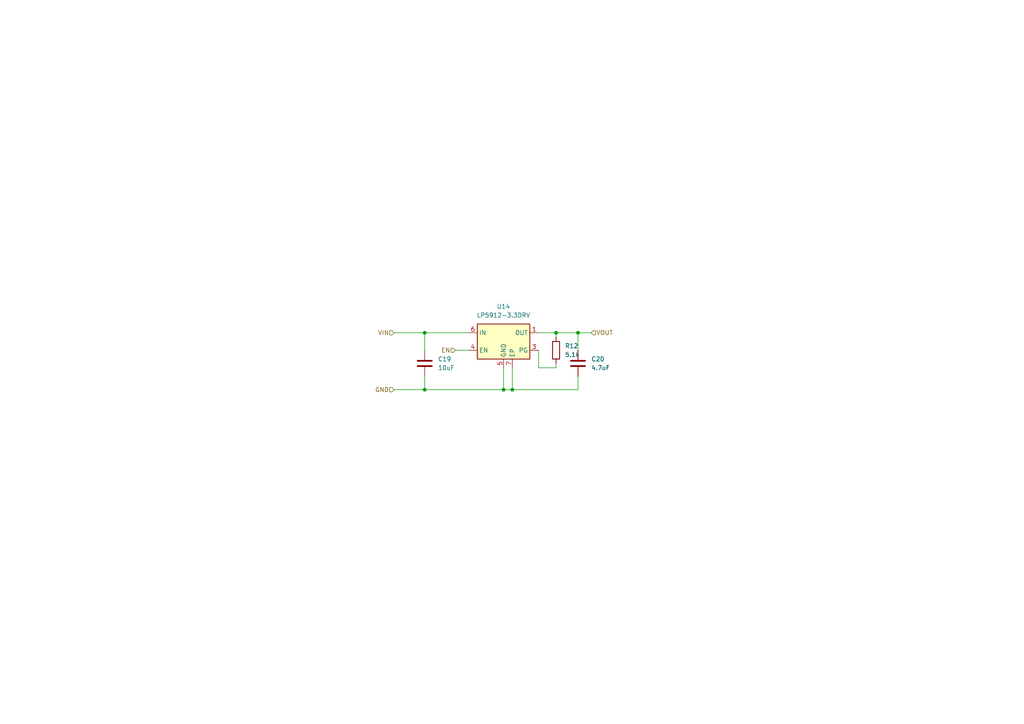
<source format=kicad_sch>
(kicad_sch (version 20231120) (generator "eeschema") (generator_version "8.0")
  (paper "A4")
  (lib_symbols
    (symbol "Device:C" (pin_numbers hide) (pin_names (offset 0.254))
      (property "Reference" "C" (at 0.635 2.54 0))
      (property "Value" "C" (at 0.635 -2.54 0))
      (symbol "C_0_1"
        (polyline (pts (xy -2.032 -0.762) (xy 2.032 -0.762)) (stroke (width 0.508)))
        (polyline (pts (xy -2.032 0.762) (xy 2.032 0.762)) (stroke (width 0.508)))
      )
      (symbol "C_1_1"
        (pin passive line (at 0 3.81 270) (length 2.794) (name "~") (number "1"))
        (pin passive line (at 0 -3.81 90) (length 2.794) (name "~") (number "2"))
      )
    )
    (symbol "Device:R" (pin_numbers hide) (pin_names (offset 0))
      (property "Reference" "R" (at 2.032 0 90))
      (property "Value" "R" (at 0 0 90))
      (symbol "R_0_1"
        (rectangle (start -1.016 -2.54) (end 1.016 2.54) (stroke (width 0.254)))
      )
      (symbol "R_1_1"
        (pin passive line (at 0 3.81 270) (length 1.27) (name "~") (number "1"))
        (pin passive line (at 0 -3.81 90) (length 1.27) (name "~") (number "2"))
      )
    )
    (symbol "Regulator_Linear:LP5912-3.3DRV"
      (property "Reference" "U" (at -3.81 6.35 0))
      (property "Value" "LP5912-3.3DRV" (at 6.35 6.35 0))
      (symbol "LP5912-3.3DRV_0_1"
        (rectangle (start -7.62 -5.08) (end 7.62 5.08) (stroke (width 0.254)) (fill (type background)))
        (pin power_out line (at 10.16 2.54 180) (length 2.54) (name "OUT") (number "1"))
        (pin no_connect line (at 7.62 0 180) (length 2.54) hide (name "NC") (number "2"))
        (pin input line (at -10.16 -2.54 0) (length 2.54) (name "EN") (number "4"))
        (pin power_in line (at 0 -7.62 90) (length 2.54) (name "GND") (number "5"))
        (pin power_in line (at -10.16 2.54 0) (length 2.54) (name "IN") (number "6"))
      )
      (symbol "LP5912-3.3DRV_1_1"
        (pin open_collector line (at 10.16 -2.54 180) (length 2.54) (name "PG") (number "3"))
        (pin passive line (at 2.54 -7.62 90) (length 2.54) (name "EP") (number "7"))
      )
    )
  )
  (junction (at 148.59 113.03))
  (junction (at 123.19 113.03))
  (junction (at 123.19 96.52))
  (junction (at 161.29 96.52))
  (junction (at 146.05 113.03))
  (junction (at 167.64 96.52))
  (wire (pts (xy 161.29 96.52) (xy 161.29 97.79)))
  (wire (pts (xy 167.64 109.22) (xy 167.64 113.03)))
  (wire (pts (xy 156.21 96.52) (xy 161.29 96.52)))
  (wire (pts (xy 146.05 113.03) (xy 148.59 113.03)))
  (wire (pts (xy 132.08 101.6) (xy 135.89 101.6)))
  (wire (pts (xy 146.05 106.68) (xy 146.05 113.03)))
  (wire (pts (xy 161.29 106.68) (xy 161.29 105.41)))
  (wire (pts (xy 114.3 96.52) (xy 123.19 96.52)))
  (wire (pts (xy 123.19 96.52) (xy 135.89 96.52)))
  (wire (pts (xy 167.64 113.03) (xy 148.59 113.03)))
  (wire (pts (xy 123.19 113.03) (xy 146.05 113.03)))
  (wire (pts (xy 156.21 106.68) (xy 161.29 106.68)))
  (wire (pts (xy 148.59 106.68) (xy 148.59 113.03)))
  (wire (pts (xy 167.64 96.52) (xy 167.64 101.6)))
  (wire (pts (xy 156.21 101.6) (xy 156.21 106.68)))
  (wire (pts (xy 167.64 96.52) (xy 171.45 96.52)))
  (wire (pts (xy 123.19 96.52) (xy 123.19 101.6)))
  (wire (pts (xy 114.3 113.03) (xy 123.19 113.03)))
  (wire (pts (xy 161.29 96.52) (xy 167.64 96.52)))
  (wire (pts (xy 123.19 109.22) (xy 123.19 113.03)))
  (hierarchical_label "GND" (shape input) (at 114.3 113.03 180))
  (hierarchical_label "VIN" (shape input) (at 114.3 96.52 180))
  (hierarchical_label "VOUT" (shape input) (at 171.45 96.52 0))
  (hierarchical_label "EN" (shape input) (at 132.08 101.6 180))
  (symbol (lib_id "Device:C") (at 167.64 105.41 0) (unit 1)
    (property "Reference" "C20" (at 171.45 104.1399 0) (effects (justify left)))
    (property "Value" "4.7uF" (at 171.45 106.6799 0) (effects (justify left)))
    (property "Footprint" "Capacitor_SMD:C_0402_1005Metric" (effects (hide yes)))
    (property "Description" "Unpolarized capacitor" (effects (hide yes)))
    (instances (project "usbMeter" (path "" (reference "C20") (unit 1)) (path "" (reference "C5") (unit 1))))
  )
  (symbol (lib_id "Regulator_Linear:LP5912-3.3DRV") (at 146.05 99.06 0) (unit 1)
    (property "Reference" "U14" (at 146.05 88.9 0))
    (property "Value" "LP5912-3.3DRV" (at 146.05 91.44 0))
    (property "Footprint" "Package_SON:WSON-6-1EP_2x2mm_P0.65mm_EP1x1.6mm_ThermalVias" (effects (hide yes)))
    (property "Datasheet" "http://www.ti.com/lit/ds/symlink/lp5912.pdf" (effects (hide yes)))
    (property "Description" "500-mA Ultra-Low-Noise Low-IQ LDO, 3.3V, WSON-6" (effects (hide yes)))
    (instances (project "usbMeter" (path "" (reference "U14") (unit 1)) (path "" (reference "U10") (unit 1))))
  )
  (symbol (lib_id "Device:C") (at 123.19 105.41 0) (unit 1)
    (property "Reference" "C19" (at 127 104.1399 0) (effects (justify left)))
    (property "Value" "10uF" (at 127 106.6799 0) (effects (justify left)))
    (property "Footprint" "Capacitor_SMD:C_0402_1005Metric" (effects (hide yes)))
    (property "Description" "Unpolarized capacitor" (effects (hide yes)))
    (instances (project "usbMeter" (path "" (reference "C19") (unit 1)) (path "" (reference "C4") (unit 1))))
  )
  (symbol (lib_id "Device:R") (at 161.29 101.6 0) (unit 1)
    (property "Reference" "R12" (at 163.83 100.3299 0) (effects (justify left)))
    (property "Value" "5.1k" (at 163.83 102.8699 0) (effects (justify left)))
    (property "Footprint" "Resistor_SMD:R_0402_1005Metric" (effects (hide yes)))
    (property "Description" "Resistor" (effects (hide yes)))
    (instances (project "usbMeter" (path "" (reference "R12") (unit 1)) (path "" (reference "R6") (unit 1))))
  )
)
</source>
